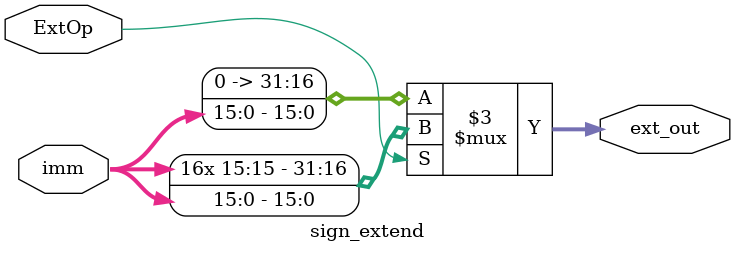
<source format=v>
/*
-------------------------------------------------------------------------
Disciplina: Arquitetura e Organização de Computadores - 2025.2
Atividade: Projeto 02 - Implementação de MIPS em Verilog
Grupo: Aldo Ferreira, Andressa Américo, Carlos de Souza, Gustavo do Monte
Arquivo: sign_extend.v
Descrição: Estende imediatos de 16 bits para 32 bits (com sinal ou zero).
-------------------------------------------------------------------------
*/
module sign_extend(
  input [15:0] imm,
  input ExtOp,       // 1 = Sinal, 0 = Zero
  output reg [31:0] ext_out
);
  always @(*) begin
    if (ExtOp) 
      ext_out = {{16{imm[15]}}, imm}; // Extensão de sinal
    else       
      ext_out = {16'b0, imm};         // Extensão de zero
  end
endmodule
</source>
